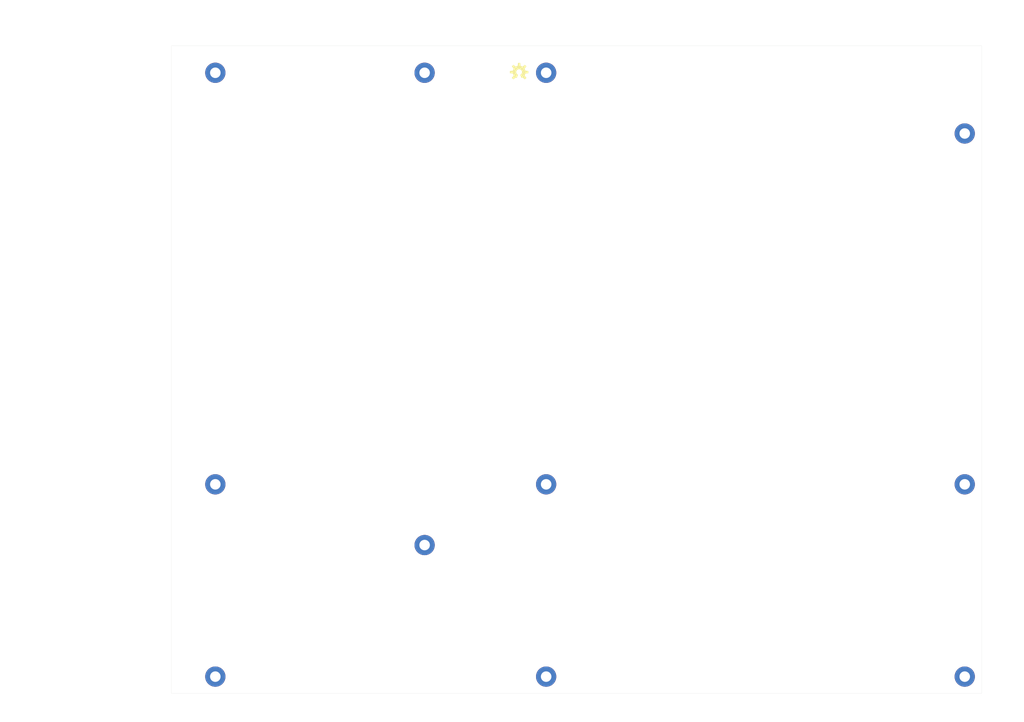
<source format=kicad_pcb>
(kicad_pcb (version 20221018) (generator pcbnew)
  (layers (0 "F.Cu" signal) (31 "B.Cu" signal) (34 "B.Paste" user) (35 "F.Paste" user) (36 "B.SilkS" user "B.Silkscreen") (37 "F.SilkS" user "F.Silkscreen") (38 "B.Mask" user) (39 "F.Mask" user) (44 "Edge.Cuts" user))
  (net 0 "")
  (footprint "Aesthetics:OSHW-LOGO-L" (layer "F.Cu") (at 282.4226 111.506)
    (fp_text reference "" (at 0 0) (layer "F.SilkS") (effects (font (size 1.524 1.524))))
    (fp_text value "" (at 0 0) (layer "F.SilkS") (effects (font (size 1.524 1.524))))
    (fp_poly (pts (xy 0.91948 2.2225) (xy 1.09982 2.13868) (xy 1.27508 2.03962) (xy 2.15392 2.7559) (xy 2.7559 2.15392) (xy 2.03962 1.27508) (xy 2.16662 1.0414) (xy 2.26822 0.79502) (xy 2.34442 0.54102) (xy 3.47218 0.42418) (xy 3.47218 -0.42418) (xy 2.34442 -0.54102) (xy 2.26822 -0.79502) (xy 2.16662 -1.0414) (xy 2.03962 -1.27508) (xy 2.7559 -2.15392) (xy 2.15392 -2.7559) (xy 1.27508 -2.03962) (xy 1.0414 -2.16662) (xy 0.79502 -2.26822) (xy 0.54102 -2.34442) (xy 0.42418 -3.47218) (xy -0.42418 -3.47218) (xy -0.54102 -2.34442) (xy -0.79502 -2.26822) (xy -1.0414 -2.16662) (xy -1.27508 -2.03962) (xy -2.15392 -2.7559) (xy -2.7559 -2.15392) (xy -2.03962 -1.27508) (xy -2.16662 -1.0414) (xy -2.26822 -0.79502) (xy -2.34442 -0.54102) (xy -3.47218 -0.42418) (xy -3.47218 0.42418) (xy -2.34442 0.54102) (xy -2.26822 0.79502) (xy -2.16662 1.0414) (xy -2.03962 1.27508) (xy -2.7559 2.15392) (xy -2.15392 2.7559) (xy -1.27508 2.03962) (xy -1.09982 2.13868) (xy -0.91948 2.2225) (xy -0.41656 1.00838) (xy -0.58166 0.92456) (xy -0.72644 0.81534) (xy -0.85344 0.68072) (xy -0.95504 0.52832) (xy -1.03124 0.36068) (xy -1.07696 0.18288) (xy -1.0922 0) (xy -1.07442 -0.2032) (xy -1.016 -0.39878) (xy -0.92456 -0.58166) (xy -0.79756 -0.74422) (xy -0.64516 -0.88138) (xy -0.46736 -0.98552) (xy -0.27686 -1.05664) (xy -0.07366 -1.08966) (xy 0.12954 -1.08458) (xy 0.3302 -1.0414) (xy 0.51816 -0.96012) (xy 0.68834 -0.84836) (xy 0.83566 -0.70358) (xy 0.9525 -0.53594) (xy 1.03632 -0.34798) (xy 1.08204 -0.14732) (xy 1.0922 0.05588) (xy 1.06172 0.25654) (xy 0.99314 0.45212) (xy 0.89154 0.62992) (xy 0.75946 0.78486) (xy 0.59944 0.9144) (xy 0.41656 1.00838)) (stroke (width 0.01)) (fill solid) (layer "F.SilkS"))
  )
  (gr_rect (start 151.6126 101.6) (end 456.4126 345.44) (stroke (width 0.05)) (fill none) (layer "Edge.Cuts"))
  (via (at 450.0626 266.7) (size 7.62) (drill 3.9624) (layers "F.Cu" "B.Cu") (net 0))
  (via (at 168.1226 266.7) (size 7.62) (drill 3.9624) (layers "F.Cu" "B.Cu") (net 0))
  (via (at 168.1226 339.09) (size 7.62) (drill 3.9624) (layers "F.Cu" "B.Cu") (net 0))
  (via (at 168.1226 111.76) (size 7.62) (drill 3.9624) (layers "F.Cu" "B.Cu") (net 0))
  (via (at 450.0626 339.09) (size 7.62) (drill 3.9624) (layers "F.Cu" "B.Cu") (net 0))
  (via (at 246.8626 289.56) (size 7.62) (drill 3.9624) (layers "F.Cu" "B.Cu") (net 0))
  (via (at 292.5826 339.09) (size 7.62) (drill 3.9624) (layers "F.Cu" "B.Cu") (net 0))
  (via (at 292.5826 266.7) (size 7.62) (drill 3.9624) (layers "F.Cu" "B.Cu") (net 0))
  (via (at 450.0626 134.62) (size 7.62) (drill 3.9624) (layers "F.Cu" "B.Cu") (net 0))
  (via (at 292.5826 111.76) (size 7.62) (drill 3.9624) (layers "F.Cu" "B.Cu") (net 0))
  (via (at 246.8626 111.76) (size 7.62) (drill 3.9624) (layers "F.Cu" "B.Cu") (net 0))
)
</source>
